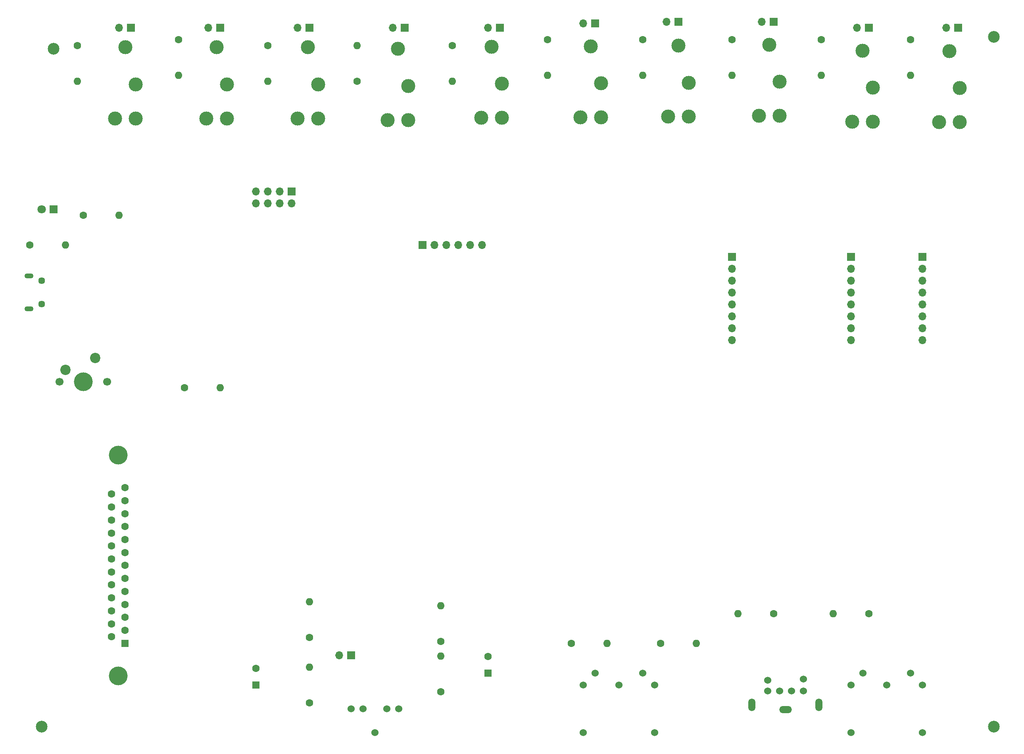
<source format=gbs>
%TF.GenerationSoftware,KiCad,Pcbnew,5.1.8-db9833491~87~ubuntu20.04.1*%
%TF.CreationDate,2020-11-28T16:20:25-05:00*%
%TF.ProjectId,DevBoard,44657642-6f61-4726-942e-6b696361645f,V01*%
%TF.SameCoordinates,Original*%
%TF.FileFunction,Soldermask,Bot*%
%TF.FilePolarity,Negative*%
%FSLAX46Y46*%
G04 Gerber Fmt 4.6, Leading zero omitted, Abs format (unit mm)*
G04 Created by KiCad (PCBNEW 5.1.8-db9833491~87~ubuntu20.04.1) date 2020-11-28 16:20:25*
%MOMM*%
%LPD*%
G01*
G04 APERTURE LIST*
%ADD10R,1.600000X1.600000*%
%ADD11C,1.600000*%
%ADD12R,1.800000X1.800000*%
%ADD13C,1.800000*%
%ADD14R,1.700000X1.700000*%
%ADD15O,1.700000X1.700000*%
%ADD16O,1.900000X1.100000*%
%ADD17C,1.450000*%
%ADD18C,1.524000*%
%ADD19O,1.500000X2.700000*%
%ADD20O,2.700000X1.500000*%
%ADD21C,4.000000*%
%ADD22C,3.000000*%
%ADD23O,1.600000X1.600000*%
%ADD24C,2.200000*%
%ADD25C,1.700000*%
%ADD26C,2.500000*%
G04 APERTURE END LIST*
D10*
%TO.C,C11*%
X113030000Y-153670000D03*
D11*
X113030000Y-150170000D03*
%TD*%
%TO.C,C12*%
X63500000Y-152710000D03*
D10*
X63500000Y-156210000D03*
%TD*%
D12*
%TO.C,D1*%
X20320000Y-54610000D03*
D13*
X17780000Y-54610000D03*
%TD*%
D14*
%TO.C,J1*%
X99060000Y-62230000D03*
D15*
X101600000Y-62230000D03*
X104140000Y-62230000D03*
X106680000Y-62230000D03*
X109220000Y-62230000D03*
X111760000Y-62230000D03*
%TD*%
D16*
%TO.C,J2*%
X15080000Y-68890000D03*
D17*
X17780000Y-74890000D03*
X17780000Y-69890000D03*
D16*
X15080000Y-75890000D03*
%TD*%
D14*
%TO.C,J3*%
X71120000Y-50800000D03*
D15*
X71120000Y-53340000D03*
X68580000Y-50800000D03*
X68580000Y-53340000D03*
X66040000Y-50800000D03*
X66040000Y-53340000D03*
X63500000Y-50800000D03*
X63500000Y-53340000D03*
%TD*%
D18*
%TO.C,J4*%
X140970000Y-156210000D03*
X135890000Y-153670000D03*
X133350000Y-156210000D03*
X146050000Y-153670000D03*
X148590000Y-156210000D03*
X133350000Y-166370000D03*
X148590000Y-166370000D03*
%TD*%
%TO.C,J5*%
X205740000Y-166370000D03*
X190500000Y-166370000D03*
X205740000Y-156210000D03*
X203200000Y-153670000D03*
X190500000Y-156210000D03*
X193040000Y-153670000D03*
X198120000Y-156210000D03*
%TD*%
%TO.C,J6*%
X180340000Y-154940000D03*
X180340000Y-157480000D03*
X177800000Y-157480000D03*
X172720000Y-157480000D03*
X172720000Y-155194000D03*
X175260000Y-157480000D03*
D19*
X183655000Y-160508000D03*
X169405000Y-160508000D03*
D20*
X176530000Y-161508000D03*
%TD*%
D14*
%TO.C,J7*%
X205740000Y-64770000D03*
D15*
X205740000Y-67310000D03*
X205740000Y-69850000D03*
X205740000Y-72390000D03*
X205740000Y-74930000D03*
X205740000Y-77470000D03*
X205740000Y-80010000D03*
X205740000Y-82550000D03*
%TD*%
%TO.C,J8*%
X190500000Y-82550000D03*
X190500000Y-80010000D03*
X190500000Y-77470000D03*
X190500000Y-74930000D03*
X190500000Y-72390000D03*
X190500000Y-69850000D03*
X190500000Y-67310000D03*
D14*
X190500000Y-64770000D03*
%TD*%
%TO.C,J9*%
X165100000Y-64770000D03*
D15*
X165100000Y-67310000D03*
X165100000Y-69850000D03*
X165100000Y-72390000D03*
X165100000Y-74930000D03*
X165100000Y-77470000D03*
X165100000Y-80010000D03*
X165100000Y-82550000D03*
%TD*%
D10*
%TO.C,J10*%
X35560000Y-147320000D03*
D11*
X35560000Y-144550000D03*
X35560000Y-141780000D03*
X35560000Y-139010000D03*
X35560000Y-136240000D03*
X35560000Y-133470000D03*
X35560000Y-130700000D03*
X35560000Y-127930000D03*
X35560000Y-125160000D03*
X35560000Y-122390000D03*
X35560000Y-119620000D03*
X35560000Y-116850000D03*
X35560000Y-114080000D03*
X32720000Y-145935000D03*
X32720000Y-143165000D03*
X32720000Y-140395000D03*
X32720000Y-137625000D03*
X32720000Y-134855000D03*
X32720000Y-132085000D03*
X32720000Y-129315000D03*
X32720000Y-126545000D03*
X32720000Y-123775000D03*
X32720000Y-121005000D03*
X32720000Y-118235000D03*
X32720000Y-115465000D03*
D21*
X34140000Y-107150000D03*
X34140000Y-154250000D03*
%TD*%
D15*
%TO.C,J11*%
X81280000Y-149860000D03*
D14*
X83820000Y-149860000D03*
%TD*%
D18*
%TO.C,J12*%
X93980000Y-161290000D03*
X91440000Y-161290000D03*
X86360000Y-161290000D03*
X83820000Y-161290000D03*
X88900000Y-166370000D03*
%TD*%
D22*
%TO.C,J13*%
X55150001Y-20045001D03*
X57350001Y-27970001D03*
X57350001Y-35220001D03*
X52950001Y-35220001D03*
%TD*%
D15*
%TO.C,J14*%
X53340000Y-15875000D03*
D14*
X55880000Y-15875000D03*
%TD*%
D22*
%TO.C,J15*%
X211550001Y-20825001D03*
X213750001Y-28750001D03*
X213750001Y-36000001D03*
X209350001Y-36000001D03*
%TD*%
D14*
%TO.C,J16*%
X213360000Y-15875000D03*
D15*
X210820000Y-15875000D03*
%TD*%
D22*
%TO.C,J17*%
X190820001Y-35910001D03*
X195220001Y-35910001D03*
X195220001Y-28660001D03*
X193020001Y-20735001D03*
%TD*%
D14*
%TO.C,J18*%
X194310000Y-15875000D03*
D15*
X191770000Y-15875000D03*
%TD*%
D22*
%TO.C,J19*%
X33500001Y-35220001D03*
X37900001Y-35220001D03*
X37900001Y-27970001D03*
X35700001Y-20045001D03*
%TD*%
D14*
%TO.C,J20*%
X36830000Y-15875000D03*
D15*
X34290000Y-15875000D03*
%TD*%
D22*
%TO.C,J21*%
X151470000Y-34860000D03*
X155870000Y-34860000D03*
X155870000Y-27610000D03*
X153670000Y-19685000D03*
%TD*%
D14*
%TO.C,J22*%
X153670000Y-14605000D03*
D15*
X151130000Y-14605000D03*
%TD*%
D22*
%TO.C,J23*%
X173100001Y-19465001D03*
X175300001Y-27390001D03*
X175300001Y-34640001D03*
X170900001Y-34640001D03*
%TD*%
D14*
%TO.C,J24*%
X173990000Y-14605000D03*
D15*
X171450000Y-14605000D03*
%TD*%
D22*
%TO.C,J25*%
X91640001Y-35550001D03*
X96040001Y-35550001D03*
X96040001Y-28300001D03*
X93840001Y-20375001D03*
%TD*%
D14*
%TO.C,J26*%
X95250000Y-15875000D03*
D15*
X92710000Y-15875000D03*
%TD*%
D22*
%TO.C,J27*%
X74600001Y-20045001D03*
X76800001Y-27970001D03*
X76800001Y-35220001D03*
X72400001Y-35220001D03*
%TD*%
D15*
%TO.C,J28*%
X72390000Y-15875000D03*
D14*
X74930000Y-15875000D03*
%TD*%
D22*
%TO.C,J29*%
X132800001Y-34970001D03*
X137200001Y-34970001D03*
X137200001Y-27720001D03*
X135000001Y-19795001D03*
%TD*%
D15*
%TO.C,J30*%
X133350000Y-14910001D03*
D14*
X135890000Y-14910001D03*
%TD*%
D22*
%TO.C,J31*%
X113810001Y-19885001D03*
X116010001Y-27810001D03*
X116010001Y-35060001D03*
X111610001Y-35060001D03*
%TD*%
D15*
%TO.C,J32*%
X113030000Y-15875000D03*
D14*
X115570000Y-15875000D03*
%TD*%
D11*
%TO.C,R1*%
X48260000Y-92710000D03*
D23*
X55880000Y-92710000D03*
%TD*%
%TO.C,R2*%
X34290000Y-55880000D03*
D11*
X26670000Y-55880000D03*
%TD*%
%TO.C,R3*%
X15240000Y-62230000D03*
D23*
X22860000Y-62230000D03*
%TD*%
D11*
%TO.C,R4*%
X130810000Y-147320000D03*
D23*
X138430000Y-147320000D03*
%TD*%
D11*
%TO.C,R5*%
X149860000Y-147320000D03*
D23*
X157480000Y-147320000D03*
%TD*%
%TO.C,R6*%
X186690000Y-140970000D03*
D11*
X194310000Y-140970000D03*
%TD*%
%TO.C,R7*%
X173990000Y-140970000D03*
D23*
X166370000Y-140970000D03*
%TD*%
%TO.C,R8*%
X103015001Y-139304999D03*
D11*
X103015001Y-146924999D03*
%TD*%
D23*
%TO.C,R9*%
X74930000Y-138430000D03*
D11*
X74930000Y-146050000D03*
%TD*%
%TO.C,R10*%
X103015001Y-157694999D03*
D23*
X103015001Y-150074999D03*
%TD*%
D11*
%TO.C,R11*%
X74930000Y-160020000D03*
D23*
X74930000Y-152400000D03*
%TD*%
%TO.C,R12*%
X46990000Y-26035000D03*
D11*
X46990000Y-18415000D03*
%TD*%
%TO.C,R13*%
X203200000Y-18415000D03*
D23*
X203200000Y-26035000D03*
%TD*%
%TO.C,R14*%
X184150000Y-26035000D03*
D11*
X184150000Y-18415000D03*
%TD*%
%TO.C,R15*%
X25400000Y-19685000D03*
D23*
X25400000Y-27305000D03*
%TD*%
%TO.C,R16*%
X146050000Y-26035000D03*
D11*
X146050000Y-18415000D03*
%TD*%
%TO.C,R17*%
X165100000Y-18415000D03*
D23*
X165100000Y-26035000D03*
%TD*%
%TO.C,R18*%
X85090000Y-19685000D03*
D11*
X85090000Y-27305000D03*
%TD*%
%TO.C,R19*%
X66040000Y-19685000D03*
D23*
X66040000Y-27305000D03*
%TD*%
%TO.C,R20*%
X125730000Y-26035000D03*
D11*
X125730000Y-18415000D03*
%TD*%
D23*
%TO.C,R21*%
X105410000Y-27305000D03*
D11*
X105410000Y-19685000D03*
%TD*%
D24*
%TO.C,SW1*%
X29210000Y-86360000D03*
X22860000Y-88900000D03*
D21*
X26670000Y-91440000D03*
D25*
X21590000Y-91440000D03*
X31750000Y-91440000D03*
%TD*%
D26*
%TO.C,H1*%
X20320000Y-20320000D03*
%TD*%
%TO.C,H2*%
X220980000Y-17780000D03*
%TD*%
%TO.C,H3*%
X17780000Y-165100000D03*
%TD*%
%TO.C,H4*%
X220980000Y-165100000D03*
%TD*%
M02*

</source>
